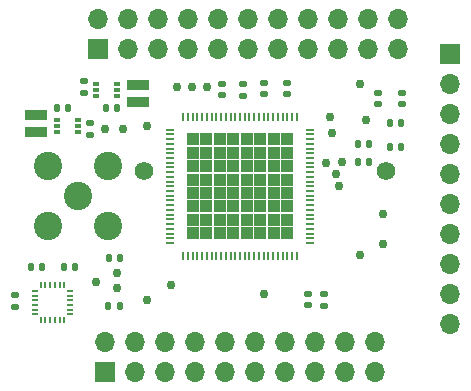
<source format=gts>
G04 #@! TF.GenerationSoftware,KiCad,Pcbnew,(6.0.7)*
G04 #@! TF.CreationDate,2022-09-08T16:43:51-07:00*
G04 #@! TF.ProjectId,scum3c-devboard,7363756d-3363-42d6-9465-76626f617264,rev?*
G04 #@! TF.SameCoordinates,Original*
G04 #@! TF.FileFunction,Soldermask,Top*
G04 #@! TF.FilePolarity,Negative*
%FSLAX46Y46*%
G04 Gerber Fmt 4.6, Leading zero omitted, Abs format (unit mm)*
G04 Created by KiCad (PCBNEW (6.0.7)) date 2022-09-08 16:43:51*
%MOMM*%
%LPD*%
G01*
G04 APERTURE LIST*
G04 Aperture macros list*
%AMRoundRect*
0 Rectangle with rounded corners*
0 $1 Rounding radius*
0 $2 $3 $4 $5 $6 $7 $8 $9 X,Y pos of 4 corners*
0 Add a 4 corners polygon primitive as box body*
4,1,4,$2,$3,$4,$5,$6,$7,$8,$9,$2,$3,0*
0 Add four circle primitives for the rounded corners*
1,1,$1+$1,$2,$3*
1,1,$1+$1,$4,$5*
1,1,$1+$1,$6,$7*
1,1,$1+$1,$8,$9*
0 Add four rect primitives between the rounded corners*
20,1,$1+$1,$2,$3,$4,$5,0*
20,1,$1+$1,$4,$5,$6,$7,0*
20,1,$1+$1,$6,$7,$8,$9,0*
20,1,$1+$1,$8,$9,$2,$3,0*%
G04 Aperture macros list end*
%ADD10O,0.800000X0.200000*%
%ADD11O,0.200000X0.800000*%
%ADD12C,0.568750*%
%ADD13R,1.137500X1.137500*%
%ADD14R,1.700000X1.700000*%
%ADD15O,1.700000X1.700000*%
%ADD16RoundRect,0.147500X0.147500X0.172500X-0.147500X0.172500X-0.147500X-0.172500X0.147500X-0.172500X0*%
%ADD17RoundRect,0.147500X-0.172500X0.147500X-0.172500X-0.147500X0.172500X-0.147500X0.172500X0.147500X0*%
%ADD18RoundRect,0.147500X0.172500X-0.147500X0.172500X0.147500X-0.172500X0.147500X-0.172500X-0.147500X0*%
%ADD19RoundRect,0.147500X-0.147500X-0.172500X0.147500X-0.172500X0.147500X0.172500X-0.147500X0.172500X0*%
%ADD20C,0.762000*%
%ADD21RoundRect,0.050000X0.225000X0.050000X-0.225000X0.050000X-0.225000X-0.050000X0.225000X-0.050000X0*%
%ADD22RoundRect,0.050000X-0.050000X0.225000X-0.050000X-0.225000X0.050000X-0.225000X0.050000X0.225000X0*%
%ADD23C,2.400000*%
%ADD24R,1.900000X0.850000*%
%ADD25R,0.500000X0.300000*%
%ADD26C,1.574800*%
G04 APERTURE END LIST*
D10*
G04 #@! TO.C,U1*
X90620000Y-63838000D03*
X90620000Y-64238000D03*
X90620000Y-64638000D03*
X90620000Y-65038000D03*
X90620000Y-65438000D03*
X90620000Y-65838000D03*
X90620000Y-66238000D03*
X90620000Y-66638000D03*
X90620000Y-67038000D03*
X90620000Y-67438000D03*
X90620000Y-67838000D03*
X90620000Y-68238000D03*
X90620000Y-68638000D03*
X90620000Y-69038000D03*
X90620000Y-69438000D03*
X90620000Y-69838000D03*
X90620000Y-70238000D03*
X90620000Y-70638000D03*
X90620000Y-71038000D03*
X90620000Y-71438000D03*
X90620000Y-71838000D03*
X90620000Y-72238000D03*
X90620000Y-72638000D03*
X90620000Y-73038000D03*
X90620000Y-73438000D03*
D11*
X91720000Y-74538000D03*
X92120000Y-74538000D03*
X92520000Y-74538000D03*
X92920000Y-74538000D03*
X93320000Y-74538000D03*
X93720000Y-74538000D03*
X94120000Y-74538000D03*
X94520000Y-74538000D03*
X94920000Y-74538000D03*
X95320000Y-74538000D03*
X95720000Y-74538000D03*
X96120000Y-74538000D03*
X96520000Y-74538000D03*
X96920000Y-74538000D03*
X97320000Y-74538000D03*
X97720000Y-74538000D03*
X98120000Y-74538000D03*
X98520000Y-74538000D03*
X98920000Y-74538000D03*
X99320000Y-74538000D03*
X99720000Y-74538000D03*
X100120000Y-74538000D03*
X100520000Y-74538000D03*
X100920000Y-74538000D03*
X101320000Y-74538000D03*
D10*
X102420000Y-73438000D03*
X102420000Y-73038000D03*
X102420000Y-72638000D03*
X102420000Y-72238000D03*
X102420000Y-71838000D03*
X102420000Y-71438000D03*
X102420000Y-71038000D03*
X102420000Y-70638000D03*
X102420000Y-70238000D03*
X102420000Y-69838000D03*
X102420000Y-69438000D03*
X102420000Y-69038000D03*
X102420000Y-68638000D03*
X102420000Y-68238000D03*
X102420000Y-67838000D03*
X102420000Y-67438000D03*
X102420000Y-67038000D03*
X102420000Y-66638000D03*
X102420000Y-66238000D03*
X102420000Y-65838000D03*
X102420000Y-65438000D03*
X102420000Y-65038000D03*
X102420000Y-64638000D03*
X102420000Y-64238000D03*
X102420000Y-63838000D03*
D11*
X101320000Y-62738000D03*
X100920000Y-62738000D03*
X100520000Y-62738000D03*
X100120000Y-62738000D03*
X99720000Y-62738000D03*
X99320000Y-62738000D03*
X98920000Y-62738000D03*
X98520000Y-62738000D03*
X98120000Y-62738000D03*
X97720000Y-62738000D03*
X97320000Y-62738000D03*
X96920000Y-62738000D03*
X96520000Y-62738000D03*
X96120000Y-62738000D03*
X95720000Y-62738000D03*
X95320000Y-62738000D03*
X94920000Y-62738000D03*
X94520000Y-62738000D03*
X94120000Y-62738000D03*
X93720000Y-62738000D03*
X93320000Y-62738000D03*
X92920000Y-62738000D03*
X92520000Y-62738000D03*
X92120000Y-62738000D03*
X91720000Y-62738000D03*
D12*
X94813750Y-65794250D03*
D13*
X94813750Y-66931750D03*
X98226250Y-72619250D03*
X97088750Y-71481750D03*
D12*
X95951250Y-65794250D03*
D13*
X100501250Y-64656750D03*
D12*
X100501250Y-69206750D03*
D13*
X93676250Y-65794250D03*
D12*
X95951250Y-69206750D03*
X93676250Y-70344250D03*
D13*
X93676250Y-66931750D03*
D12*
X94813750Y-66931750D03*
D13*
X99363750Y-66931750D03*
D12*
X97088750Y-72619250D03*
X99363750Y-70344250D03*
X95951250Y-70344250D03*
X92538750Y-69206750D03*
X93676250Y-71481750D03*
D13*
X97088750Y-72619250D03*
D12*
X100501250Y-71481750D03*
D13*
X95951250Y-69206750D03*
X94813750Y-72619250D03*
X99363750Y-69206750D03*
X94813750Y-64656750D03*
D12*
X98226250Y-69206750D03*
D13*
X95951250Y-65794250D03*
X93676250Y-70344250D03*
X100501250Y-66931750D03*
D12*
X93676250Y-72619250D03*
X100501250Y-68069250D03*
X94813750Y-72619250D03*
X95951250Y-64656750D03*
X98226250Y-70344250D03*
D13*
X97088750Y-70344250D03*
X92538750Y-70344250D03*
D12*
X98226250Y-72619250D03*
X93676250Y-69206750D03*
D13*
X99363750Y-68069250D03*
X95951250Y-70344250D03*
D12*
X94813750Y-71481750D03*
X93676250Y-68069250D03*
X92538750Y-70344250D03*
D13*
X92538750Y-71481750D03*
D12*
X93676250Y-64656750D03*
D13*
X98226250Y-64656750D03*
X98226250Y-66931750D03*
X100501250Y-65794250D03*
D12*
X98226250Y-66931750D03*
X97088750Y-71481750D03*
X97088750Y-64656750D03*
X92538750Y-71481750D03*
X99363750Y-71481750D03*
D13*
X97088750Y-69206750D03*
X93676250Y-72619250D03*
X93676250Y-68069250D03*
D12*
X93676250Y-65794250D03*
X100501250Y-72619250D03*
X92538750Y-64656750D03*
D13*
X94813750Y-65794250D03*
X99363750Y-72619250D03*
X93676250Y-64656750D03*
X95951250Y-68069250D03*
X93676250Y-69206750D03*
D12*
X97088750Y-70344250D03*
D13*
X97088750Y-65794250D03*
D12*
X99363750Y-64656750D03*
D13*
X95951250Y-66931750D03*
D12*
X99363750Y-69206750D03*
D13*
X94813750Y-68069250D03*
X97088750Y-66931750D03*
X94813750Y-70344250D03*
D12*
X99363750Y-68069250D03*
D13*
X97088750Y-68069250D03*
X98226250Y-68069250D03*
D12*
X94813750Y-64656750D03*
D13*
X97088750Y-64656750D03*
D12*
X100501250Y-64656750D03*
D13*
X98226250Y-65794250D03*
D12*
X95951250Y-72619250D03*
D13*
X95951250Y-72619250D03*
D12*
X92538750Y-72619250D03*
X98226250Y-68069250D03*
D13*
X100501250Y-72619250D03*
X92538750Y-64656750D03*
D12*
X98226250Y-64656750D03*
D13*
X95951250Y-64656750D03*
D12*
X100501250Y-70344250D03*
X95951250Y-68069250D03*
D13*
X99363750Y-65794250D03*
D12*
X93676250Y-66931750D03*
X98226250Y-71481750D03*
X97088750Y-68069250D03*
D13*
X94813750Y-71481750D03*
X92538750Y-68069250D03*
X100501250Y-68069250D03*
X93676250Y-71481750D03*
X99363750Y-70344250D03*
X92538750Y-65794250D03*
D12*
X97088750Y-69206750D03*
D13*
X95951250Y-71481750D03*
D12*
X98226250Y-65794250D03*
D13*
X92538750Y-72619250D03*
X100501250Y-69206750D03*
X99363750Y-71481750D03*
X100501250Y-71481750D03*
D12*
X94813750Y-68069250D03*
D13*
X98226250Y-69206750D03*
X100501250Y-70344250D03*
D12*
X100501250Y-66931750D03*
X97088750Y-65794250D03*
X99363750Y-66931750D03*
X95951250Y-66931750D03*
D13*
X92538750Y-66931750D03*
D12*
X92538750Y-66931750D03*
D13*
X98226250Y-70344250D03*
X98226250Y-71481750D03*
X99363750Y-64656750D03*
D12*
X99363750Y-65794250D03*
X92538750Y-65794250D03*
D13*
X92538750Y-69206750D03*
X94813750Y-69206750D03*
D12*
X99363750Y-72619250D03*
X94813750Y-69206750D03*
X100501250Y-65794250D03*
X97088750Y-66931750D03*
X95951250Y-71481750D03*
X92538750Y-68069250D03*
X94813750Y-70344250D03*
G04 #@! TD*
D14*
G04 #@! TO.C,J2*
X85090000Y-84328000D03*
D15*
X85090000Y-81788000D03*
X87630000Y-84328000D03*
X87630000Y-81788000D03*
X90170000Y-84328000D03*
X90170000Y-81788000D03*
X92710000Y-84328000D03*
X92710000Y-81788000D03*
X95250000Y-84328000D03*
X95250000Y-81788000D03*
X97790000Y-84328000D03*
X97790000Y-81788000D03*
X100330000Y-84328000D03*
X100330000Y-81788000D03*
X102870000Y-84328000D03*
X102870000Y-81788000D03*
X105410000Y-84328000D03*
X105410000Y-81788000D03*
X107950000Y-84328000D03*
X107950000Y-81788000D03*
G04 #@! TD*
D16*
G04 #@! TO.C,C5*
X86360000Y-74676000D03*
X85390000Y-74676000D03*
G04 #@! TD*
D17*
G04 #@! TO.C,C8*
X102235000Y-77724000D03*
X102235000Y-78694000D03*
G04 #@! TD*
D16*
G04 #@! TO.C,C11*
X107442000Y-66548000D03*
X106472000Y-66548000D03*
G04 #@! TD*
D18*
G04 #@! TO.C,C12*
X98552000Y-60833000D03*
X98552000Y-59863000D03*
G04 #@! TD*
G04 #@! TO.C,C13*
X100457000Y-60833000D03*
X100457000Y-59863000D03*
G04 #@! TD*
D19*
G04 #@! TO.C,R1*
X106472000Y-65024000D03*
X107442000Y-65024000D03*
G04 #@! TD*
D20*
G04 #@! TO.C,GND1*
X98552000Y-77724000D03*
G04 #@! TD*
G04 #@! TO.C,GND6*
X106680000Y-59944000D03*
G04 #@! TD*
G04 #@! TO.C,J5*
X104267000Y-64135000D03*
G04 #@! TD*
G04 #@! TO.C,J6*
X88646000Y-63500000D03*
G04 #@! TD*
G04 #@! TO.C,J7*
X86614000Y-63754000D03*
G04 #@! TD*
G04 #@! TO.C,J9*
X104902000Y-68580000D03*
G04 #@! TD*
G04 #@! TO.C,J10*
X104648000Y-67564000D03*
G04 #@! TD*
G04 #@! TO.C,J11*
X86106000Y-75946000D03*
G04 #@! TD*
G04 #@! TO.C,J12*
X86106000Y-77216000D03*
G04 #@! TD*
G04 #@! TO.C,J15*
X103759000Y-66675000D03*
G04 #@! TD*
G04 #@! TO.C,J16*
X105156000Y-66548000D03*
G04 #@! TD*
G04 #@! TO.C,J17*
X108585000Y-73533000D03*
G04 #@! TD*
G04 #@! TO.C,J13*
X88646000Y-78232000D03*
G04 #@! TD*
G04 #@! TO.C,J18*
X92456000Y-60198000D03*
G04 #@! TD*
G04 #@! TO.C,J20*
X104140000Y-62738000D03*
G04 #@! TD*
G04 #@! TO.C,J21*
X108585000Y-70993000D03*
G04 #@! TD*
G04 #@! TO.C,GND5*
X106680000Y-74422000D03*
G04 #@! TD*
D19*
G04 #@! TO.C,C1*
X81580000Y-75438000D03*
X82550000Y-75438000D03*
G04 #@! TD*
D21*
G04 #@! TO.C,U9AB1*
X82145000Y-79486000D03*
X82145000Y-79086000D03*
X82145000Y-78686000D03*
X82145000Y-78286000D03*
X82145000Y-77886000D03*
X82145000Y-77486000D03*
D22*
X81645000Y-76986000D03*
X81245000Y-76986000D03*
X80845000Y-76986000D03*
X80445000Y-76986000D03*
X80045000Y-76986000D03*
X79645000Y-76986000D03*
D21*
X79145000Y-77486000D03*
X79145000Y-77886000D03*
X79145000Y-78286000D03*
X79145000Y-78686000D03*
X79145000Y-79086000D03*
X79145000Y-79486000D03*
D22*
X79645000Y-79986000D03*
X80045000Y-79986000D03*
X80445000Y-79986000D03*
X80845000Y-79986000D03*
X81245000Y-79986000D03*
X81645000Y-79986000D03*
G04 #@! TD*
D16*
G04 #@! TO.C,C3*
X79756000Y-75438000D03*
X78786000Y-75438000D03*
G04 #@! TD*
D17*
G04 #@! TO.C,C2*
X77470000Y-77851000D03*
X77470000Y-78821000D03*
G04 #@! TD*
D16*
G04 #@! TO.C,R2*
X110190000Y-63246000D03*
X109220000Y-63246000D03*
G04 #@! TD*
D19*
G04 #@! TO.C,R3*
X109220000Y-65278000D03*
X110190000Y-65278000D03*
G04 #@! TD*
D20*
G04 #@! TO.C,GND4*
X107188000Y-62992000D03*
G04 #@! TD*
D17*
G04 #@! TO.C,C7*
X108204000Y-60706000D03*
X108204000Y-61676000D03*
G04 #@! TD*
D20*
G04 #@! TO.C,J19*
X93726000Y-60198000D03*
G04 #@! TD*
D17*
G04 #@! TO.C,C6*
X110236000Y-60706000D03*
X110236000Y-61676000D03*
G04 #@! TD*
D20*
G04 #@! TO.C,J14*
X91186000Y-60198000D03*
G04 #@! TD*
G04 #@! TO.C,GND3*
X90678000Y-76962000D03*
G04 #@! TD*
D16*
G04 #@! TO.C,C4*
X86337000Y-78740000D03*
X85367000Y-78740000D03*
G04 #@! TD*
D14*
G04 #@! TO.C,J1*
X84455000Y-57023000D03*
D15*
X84455000Y-54483000D03*
X86995000Y-57023000D03*
X86995000Y-54483000D03*
X89535000Y-57023000D03*
X89535000Y-54483000D03*
X92075000Y-57023000D03*
X92075000Y-54483000D03*
X94615000Y-57023000D03*
X94615000Y-54483000D03*
X97155000Y-57023000D03*
X97155000Y-54483000D03*
X99695000Y-57023000D03*
X99695000Y-54483000D03*
X102235000Y-57023000D03*
X102235000Y-54483000D03*
X104775000Y-57023000D03*
X104775000Y-54483000D03*
X107315000Y-57023000D03*
X107315000Y-54483000D03*
X109855000Y-57023000D03*
X109855000Y-54483000D03*
G04 #@! TD*
D17*
G04 #@! TO.C,C9*
X103632000Y-77770000D03*
X103632000Y-78740000D03*
G04 #@! TD*
D23*
G04 #@! TO.C,J4*
X82804000Y-69469000D03*
X80264000Y-66929000D03*
X85344000Y-66929000D03*
X80264000Y-72009000D03*
X85344000Y-72009000D03*
G04 #@! TD*
D20*
G04 #@! TO.C,GND2*
X84328000Y-76708000D03*
G04 #@! TD*
D17*
G04 #@! TO.C,R4*
X96774000Y-59990000D03*
X96774000Y-60960000D03*
G04 #@! TD*
D18*
G04 #@! TO.C,C10*
X94996000Y-60914000D03*
X94996000Y-59944000D03*
G04 #@! TD*
D16*
G04 #@! TO.C,C_1.8_OUT1*
X81996000Y-61976000D03*
X81026000Y-61976000D03*
G04 #@! TD*
D24*
G04 #@! TO.C,L1*
X79248000Y-62558000D03*
X79248000Y-64008000D03*
G04 #@! TD*
D17*
G04 #@! TO.C,C_1.8_IN1*
X83820000Y-63292000D03*
X83820000Y-64262000D03*
G04 #@! TD*
D25*
G04 #@! TO.C,U3*
X86106000Y-60960000D03*
X86106000Y-60460000D03*
X86106000Y-59960000D03*
X84306000Y-59960000D03*
X84306000Y-60460000D03*
X84306000Y-60960000D03*
G04 #@! TD*
D18*
G04 #@! TO.C,C_1.1_IN1*
X83312000Y-60706000D03*
X83312000Y-59736000D03*
G04 #@! TD*
D24*
G04 #@! TO.C,L2*
X87884000Y-61468000D03*
X87884000Y-60018000D03*
G04 #@! TD*
D19*
G04 #@! TO.C,C_1.1_OUT1*
X85136000Y-61976000D03*
X86106000Y-61976000D03*
G04 #@! TD*
D25*
G04 #@! TO.C,U2*
X81004000Y-63008000D03*
X81004000Y-63508000D03*
X81004000Y-64008000D03*
X82804000Y-64008000D03*
X82804000Y-63508000D03*
X82804000Y-63008000D03*
G04 #@! TD*
D20*
G04 #@! TO.C,J8*
X85090000Y-63754000D03*
G04 #@! TD*
D14*
G04 #@! TO.C,J3*
X114300000Y-57404000D03*
D15*
X114300000Y-59944000D03*
X114300000Y-62484000D03*
X114300000Y-65024000D03*
X114300000Y-67564000D03*
X114300000Y-70104000D03*
X114300000Y-72644000D03*
X114300000Y-75184000D03*
X114300000Y-77724000D03*
X114300000Y-80264000D03*
G04 #@! TD*
D26*
G04 #@! TO.C,B1*
X88392000Y-67310000D03*
X108889800Y-67310000D03*
G04 #@! TD*
M02*

</source>
